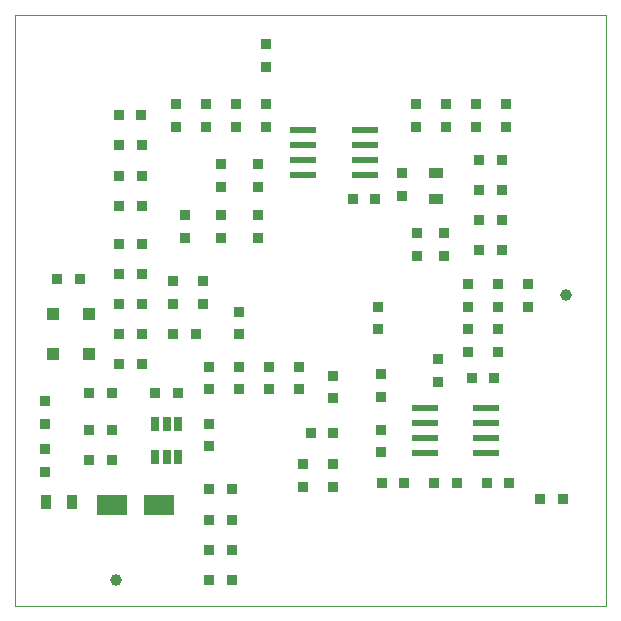
<source format=gbp>
%TF.GenerationSoftware,KiCad,Pcbnew,(5.0.2)-1*%
%TF.CreationDate,2019-03-11T21:45:58+00:00*%
%TF.ProjectId,uDSP-1.0,75445350-2d31-42e3-902e-6b696361645f,1.0*%
%TF.SameCoordinates,PX660b0c0PY81b3200*%
%TF.FileFunction,Paste,Bot*%
%TF.FilePolarity,Positive*%
%FSLAX46Y46*%
G04 Gerber Fmt 4.6, Leading zero omitted, Abs format (unit mm)*
G04 Created by KiCad (PCBNEW (5.0.2)-1) date 11/03/2019 21:45:58*
%MOMM*%
%LPD*%
G01*
G04 APERTURE LIST*
%ADD10C,0.100000*%
%ADD11R,0.900000X0.900000*%
%ADD12R,0.650000X1.200000*%
%ADD13R,2.200000X0.600000*%
%ADD14R,1.300000X0.900000*%
%ADD15R,0.900000X1.300000*%
%ADD16R,1.000000X1.000000*%
%ADD17R,2.500000X1.700000*%
%ADD18C,1.000000*%
G04 APERTURE END LIST*
D10*
X0Y50000000D02*
X0Y0D01*
X50000000Y50000000D02*
X0Y50000000D01*
X50000000Y0D02*
X50000000Y50000000D01*
X0Y0D02*
X50000000Y0D01*
D11*
X18330000Y9887000D03*
X16430000Y9887000D03*
X6270000Y18015000D03*
X8170000Y18015000D03*
X6270000Y14840000D03*
X8170000Y14840000D03*
X8810000Y25508000D03*
X10710000Y25508000D03*
X14332000Y33062000D03*
X14332000Y31162000D03*
X8810000Y22968000D03*
X10710000Y22968000D03*
X10646500Y41510000D03*
X8746500Y41510000D03*
X18904000Y24868000D03*
X18904000Y22968000D03*
X16364000Y15409000D03*
X16364000Y13509000D03*
X17380000Y37380000D03*
X17380000Y35480000D03*
X15856000Y25574000D03*
X15856000Y27474000D03*
X40555000Y19285000D03*
X38655000Y19285000D03*
X5450000Y27667000D03*
X3550000Y27667000D03*
X8810000Y20428000D03*
X10710000Y20428000D03*
X21190000Y45640000D03*
X21190000Y47540000D03*
D12*
X13758000Y15351000D03*
X11858000Y15351000D03*
X11858000Y12551000D03*
X12808000Y12551000D03*
X13758000Y12551000D03*
X12808000Y15351000D03*
D11*
X30475000Y34400000D03*
X28575000Y34400000D03*
D13*
X34659000Y16745000D03*
X34659000Y15475000D03*
X34659000Y14205000D03*
X34659000Y12935000D03*
X39859000Y12935000D03*
X39859000Y14205000D03*
X39859000Y15475000D03*
X39859000Y16745000D03*
D11*
X16364000Y18335000D03*
X16364000Y20235000D03*
X21444000Y20235000D03*
X21444000Y18335000D03*
X18904000Y18335000D03*
X18904000Y20235000D03*
X23984000Y20235000D03*
X23984000Y18335000D03*
X13382000Y22968000D03*
X15282000Y22968000D03*
X18330000Y7220000D03*
X16430000Y7220000D03*
X41510000Y42460000D03*
X41510000Y40560000D03*
X2521000Y17314000D03*
X2521000Y15414000D03*
X2521000Y11350000D03*
X2521000Y13250000D03*
X17380000Y33062000D03*
X17380000Y31162000D03*
X13316000Y25574000D03*
X13316000Y27474000D03*
X20555000Y33062000D03*
X20555000Y31162000D03*
X36430000Y40560000D03*
X36430000Y42460000D03*
X20555000Y35480000D03*
X20555000Y37380000D03*
X32700000Y34720000D03*
X32700000Y36620000D03*
X21190000Y42460000D03*
X21190000Y40560000D03*
X43415000Y25320000D03*
X43415000Y27220000D03*
X10710000Y36368500D03*
X8810000Y36368500D03*
X41190000Y30080000D03*
X39290000Y30080000D03*
X38970000Y40560000D03*
X38970000Y42460000D03*
X18650000Y42460000D03*
X18650000Y40560000D03*
X10710000Y38972000D03*
X8810000Y38972000D03*
X30715000Y25315000D03*
X30715000Y23415000D03*
X8810000Y33828500D03*
X10710000Y33828500D03*
X41190000Y32620000D03*
X39290000Y32620000D03*
X41190000Y35160000D03*
X39290000Y35160000D03*
X33890000Y42460000D03*
X33890000Y40560000D03*
X41190000Y37700000D03*
X39290000Y37700000D03*
X8810000Y30588000D03*
X10710000Y30588000D03*
X13570000Y40560000D03*
X13570000Y42460000D03*
X16110000Y40560000D03*
X16110000Y42460000D03*
X8810000Y28048000D03*
X10710000Y28048000D03*
X18330000Y2140000D03*
X16430000Y2140000D03*
X11858000Y18015000D03*
X13758000Y18015000D03*
X6270000Y12300000D03*
X8170000Y12300000D03*
X46350000Y9000000D03*
X44450000Y9000000D03*
X24365000Y10080000D03*
X24365000Y11980000D03*
X26905000Y19473000D03*
X26905000Y17573000D03*
X18330000Y4680000D03*
X16430000Y4680000D03*
X25005000Y14586000D03*
X26905000Y14586000D03*
X26905000Y11980000D03*
X26905000Y10080000D03*
X35795000Y20870000D03*
X35795000Y18970000D03*
X33970000Y31540000D03*
X33970000Y29640000D03*
X36256000Y29640000D03*
X36256000Y31540000D03*
X30969000Y13001000D03*
X30969000Y14901000D03*
X30969000Y17700000D03*
X30969000Y19600000D03*
X38335000Y21510000D03*
X38335000Y23410000D03*
X37380000Y10395000D03*
X35480000Y10395000D03*
X38335000Y27220000D03*
X38335000Y25320000D03*
X40875000Y23410000D03*
X40875000Y21510000D03*
X40875000Y27220000D03*
X40875000Y25320000D03*
X39925000Y10395000D03*
X41825000Y10395000D03*
X32935000Y10395000D03*
X31035000Y10395000D03*
D14*
X35621000Y36643000D03*
X35621000Y34443000D03*
D13*
X24365000Y36430000D03*
X24365000Y37700000D03*
X24365000Y38970000D03*
X24365000Y40240000D03*
X29565000Y40240000D03*
X29565000Y38970000D03*
X29565000Y37700000D03*
X29565000Y36430000D03*
D15*
X2564000Y8744000D03*
X4764000Y8744000D03*
D16*
X3156000Y21268000D03*
X3156000Y24668000D03*
X6204000Y24668000D03*
X6204000Y21268000D03*
D17*
X8141000Y8490000D03*
X12141000Y8490000D03*
D18*
X46590000Y26270000D03*
X8490000Y2140000D03*
M02*

</source>
